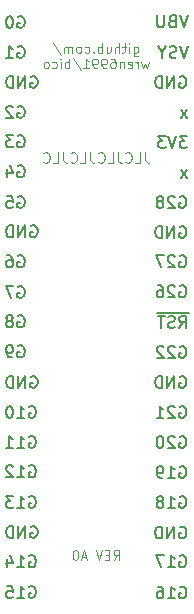
<source format=gbo>
%TF.GenerationSoftware,KiCad,Pcbnew,6.0.11+dfsg-1*%
%TF.CreationDate,2023-04-26T00:49:17+01:00*%
%TF.ProjectId,bico,6269636f-2e6b-4696-9361-645f70636258,rev?*%
%TF.SameCoordinates,Original*%
%TF.FileFunction,Legend,Bot*%
%TF.FilePolarity,Positive*%
%FSLAX46Y46*%
G04 Gerber Fmt 4.6, Leading zero omitted, Abs format (unit mm)*
G04 Created by KiCad (PCBNEW 6.0.11+dfsg-1) date 2023-04-26 00:49:17*
%MOMM*%
%LPD*%
G01*
G04 APERTURE LIST*
G04 Aperture macros list*
%AMFreePoly0*
4,1,19,-0.700000,0.800000,0.000000,0.800000,0.127565,0.788278,0.288060,0.737982,0.431925,0.650855,0.550855,0.531925,0.637982,0.388060,0.688278,0.227565,0.700000,0.100000,0.700000,-0.100000,0.688278,-0.227565,0.637982,-0.388060,0.550855,-0.531925,0.431925,-0.650855,0.288060,-0.737982,0.127565,-0.788278,0.000000,-0.800000,-0.700000,-0.800000,-0.700000,0.800000,-0.700000,0.800000,
$1*%
%AMFreePoly1*
4,1,13,-0.700000,0.800000,0.560000,0.800000,0.613576,0.789343,0.658995,0.758995,0.689343,0.713576,0.700000,0.660000,0.700000,-0.660000,0.689343,-0.713576,0.658995,-0.758995,0.613576,-0.789343,0.560000,-0.800000,-0.700000,-0.800000,-0.700000,0.800000,-0.700000,0.800000,$1*%
G04 Aperture macros list end*
%ADD10C,0.120000*%
%ADD11C,0.100000*%
%ADD12C,0.150000*%
%ADD13R,0.850000X0.850000*%
%ADD14O,0.850000X0.850000*%
%ADD15R,1.800000X1.600000*%
%ADD16FreePoly0,0.000000*%
%ADD17FreePoly1,0.000000*%
%ADD18FreePoly0,180.000000*%
%ADD19FreePoly1,180.000000*%
%ADD20C,0.650000*%
%ADD21O,1.000000X1.800000*%
%ADD22O,1.000000X2.100000*%
G04 APERTURE END LIST*
D10*
X154144142Y-86883142D02*
X154144142Y-87526000D01*
X154187000Y-87654571D01*
X154272714Y-87740285D01*
X154401285Y-87783142D01*
X154487000Y-87783142D01*
X153287000Y-87783142D02*
X153715571Y-87783142D01*
X153715571Y-86883142D01*
X152472714Y-87697428D02*
X152515571Y-87740285D01*
X152644142Y-87783142D01*
X152729857Y-87783142D01*
X152858428Y-87740285D01*
X152944142Y-87654571D01*
X152987000Y-87568857D01*
X153029857Y-87397428D01*
X153029857Y-87268857D01*
X152987000Y-87097428D01*
X152944142Y-87011714D01*
X152858428Y-86926000D01*
X152729857Y-86883142D01*
X152644142Y-86883142D01*
X152515571Y-86926000D01*
X152472714Y-86968857D01*
X151829857Y-86883142D02*
X151829857Y-87526000D01*
X151872714Y-87654571D01*
X151958428Y-87740285D01*
X152087000Y-87783142D01*
X152172714Y-87783142D01*
X150972714Y-87783142D02*
X151401285Y-87783142D01*
X151401285Y-86883142D01*
X150158428Y-87697428D02*
X150201285Y-87740285D01*
X150329857Y-87783142D01*
X150415571Y-87783142D01*
X150544142Y-87740285D01*
X150629857Y-87654571D01*
X150672714Y-87568857D01*
X150715571Y-87397428D01*
X150715571Y-87268857D01*
X150672714Y-87097428D01*
X150629857Y-87011714D01*
X150544142Y-86926000D01*
X150415571Y-86883142D01*
X150329857Y-86883142D01*
X150201285Y-86926000D01*
X150158428Y-86968857D01*
X149515571Y-86883142D02*
X149515571Y-87526000D01*
X149558428Y-87654571D01*
X149644142Y-87740285D01*
X149772714Y-87783142D01*
X149858428Y-87783142D01*
X148658428Y-87783142D02*
X149087000Y-87783142D01*
X149087000Y-86883142D01*
X147844142Y-87697428D02*
X147887000Y-87740285D01*
X148015571Y-87783142D01*
X148101285Y-87783142D01*
X148229857Y-87740285D01*
X148315571Y-87654571D01*
X148358428Y-87568857D01*
X148401285Y-87397428D01*
X148401285Y-87268857D01*
X148358428Y-87097428D01*
X148315571Y-87011714D01*
X148229857Y-86926000D01*
X148101285Y-86883142D01*
X148015571Y-86883142D01*
X147887000Y-86926000D01*
X147844142Y-86968857D01*
X147201285Y-86883142D02*
X147201285Y-87526000D01*
X147244142Y-87654571D01*
X147329857Y-87740285D01*
X147458428Y-87783142D01*
X147544142Y-87783142D01*
X146344142Y-87783142D02*
X146772714Y-87783142D01*
X146772714Y-86883142D01*
X145529857Y-87697428D02*
X145572714Y-87740285D01*
X145701285Y-87783142D01*
X145787000Y-87783142D01*
X145915571Y-87740285D01*
X146001285Y-87654571D01*
X146044142Y-87568857D01*
X146087000Y-87397428D01*
X146087000Y-87268857D01*
X146044142Y-87097428D01*
X146001285Y-87011714D01*
X145915571Y-86926000D01*
X145787000Y-86883142D01*
X145701285Y-86883142D01*
X145572714Y-86926000D01*
X145529857Y-86968857D01*
D11*
X151472714Y-121392904D02*
X151739380Y-121011952D01*
X151929857Y-121392904D02*
X151929857Y-120592904D01*
X151625095Y-120592904D01*
X151548904Y-120631000D01*
X151510809Y-120669095D01*
X151472714Y-120745285D01*
X151472714Y-120859571D01*
X151510809Y-120935761D01*
X151548904Y-120973857D01*
X151625095Y-121011952D01*
X151929857Y-121011952D01*
X151129857Y-120973857D02*
X150863190Y-120973857D01*
X150748904Y-121392904D02*
X151129857Y-121392904D01*
X151129857Y-120592904D01*
X150748904Y-120592904D01*
X150520333Y-120592904D02*
X150253666Y-121392904D01*
X149987000Y-120592904D01*
X149148904Y-121164333D02*
X148767952Y-121164333D01*
X149225095Y-121392904D02*
X148958428Y-120592904D01*
X148691761Y-121392904D01*
X148272714Y-120592904D02*
X148196523Y-120592904D01*
X148120333Y-120631000D01*
X148082238Y-120669095D01*
X148044142Y-120745285D01*
X148006047Y-120897666D01*
X148006047Y-121088142D01*
X148044142Y-121240523D01*
X148082238Y-121316714D01*
X148120333Y-121354809D01*
X148196523Y-121392904D01*
X148272714Y-121392904D01*
X148348904Y-121354809D01*
X148387000Y-121316714D01*
X148425095Y-121240523D01*
X148463190Y-121088142D01*
X148463190Y-120897666D01*
X148425095Y-120745285D01*
X148387000Y-120669095D01*
X148348904Y-120631000D01*
X148272714Y-120592904D01*
X153167952Y-77924571D02*
X153167952Y-78572190D01*
X153206047Y-78648380D01*
X153244142Y-78686476D01*
X153320333Y-78724571D01*
X153434619Y-78724571D01*
X153510809Y-78686476D01*
X153167952Y-78419809D02*
X153244142Y-78457904D01*
X153396523Y-78457904D01*
X153472714Y-78419809D01*
X153510809Y-78381714D01*
X153548904Y-78305523D01*
X153548904Y-78076952D01*
X153510809Y-78000761D01*
X153472714Y-77962666D01*
X153396523Y-77924571D01*
X153244142Y-77924571D01*
X153167952Y-77962666D01*
X152787000Y-78457904D02*
X152787000Y-77924571D01*
X152787000Y-77657904D02*
X152825095Y-77696000D01*
X152787000Y-77734095D01*
X152748904Y-77696000D01*
X152787000Y-77657904D01*
X152787000Y-77734095D01*
X152520333Y-77924571D02*
X152215571Y-77924571D01*
X152406047Y-77657904D02*
X152406047Y-78343619D01*
X152367952Y-78419809D01*
X152291761Y-78457904D01*
X152215571Y-78457904D01*
X151948904Y-78457904D02*
X151948904Y-77657904D01*
X151606047Y-78457904D02*
X151606047Y-78038857D01*
X151644142Y-77962666D01*
X151720333Y-77924571D01*
X151834619Y-77924571D01*
X151910809Y-77962666D01*
X151948904Y-78000761D01*
X150882238Y-77924571D02*
X150882238Y-78457904D01*
X151225095Y-77924571D02*
X151225095Y-78343619D01*
X151187000Y-78419809D01*
X151110809Y-78457904D01*
X150996523Y-78457904D01*
X150920333Y-78419809D01*
X150882238Y-78381714D01*
X150501285Y-78457904D02*
X150501285Y-77657904D01*
X150501285Y-77962666D02*
X150425095Y-77924571D01*
X150272714Y-77924571D01*
X150196523Y-77962666D01*
X150158428Y-78000761D01*
X150120333Y-78076952D01*
X150120333Y-78305523D01*
X150158428Y-78381714D01*
X150196523Y-78419809D01*
X150272714Y-78457904D01*
X150425095Y-78457904D01*
X150501285Y-78419809D01*
X149777476Y-78381714D02*
X149739380Y-78419809D01*
X149777476Y-78457904D01*
X149815571Y-78419809D01*
X149777476Y-78381714D01*
X149777476Y-78457904D01*
X149053666Y-78419809D02*
X149129857Y-78457904D01*
X149282238Y-78457904D01*
X149358428Y-78419809D01*
X149396523Y-78381714D01*
X149434619Y-78305523D01*
X149434619Y-78076952D01*
X149396523Y-78000761D01*
X149358428Y-77962666D01*
X149282238Y-77924571D01*
X149129857Y-77924571D01*
X149053666Y-77962666D01*
X148596523Y-78457904D02*
X148672714Y-78419809D01*
X148710809Y-78381714D01*
X148748904Y-78305523D01*
X148748904Y-78076952D01*
X148710809Y-78000761D01*
X148672714Y-77962666D01*
X148596523Y-77924571D01*
X148482238Y-77924571D01*
X148406047Y-77962666D01*
X148367952Y-78000761D01*
X148329857Y-78076952D01*
X148329857Y-78305523D01*
X148367952Y-78381714D01*
X148406047Y-78419809D01*
X148482238Y-78457904D01*
X148596523Y-78457904D01*
X147987000Y-78457904D02*
X147987000Y-77924571D01*
X147987000Y-78000761D02*
X147948904Y-77962666D01*
X147872714Y-77924571D01*
X147758428Y-77924571D01*
X147682238Y-77962666D01*
X147644142Y-78038857D01*
X147644142Y-78457904D01*
X147644142Y-78038857D02*
X147606047Y-77962666D01*
X147529857Y-77924571D01*
X147415571Y-77924571D01*
X147339380Y-77962666D01*
X147301285Y-78038857D01*
X147301285Y-78457904D01*
X146348904Y-77619809D02*
X147034619Y-78648380D01*
X154444142Y-79212571D02*
X154291761Y-79745904D01*
X154139380Y-79364952D01*
X153987000Y-79745904D01*
X153834619Y-79212571D01*
X153529857Y-79745904D02*
X153529857Y-79212571D01*
X153529857Y-79364952D02*
X153491761Y-79288761D01*
X153453666Y-79250666D01*
X153377476Y-79212571D01*
X153301285Y-79212571D01*
X152729857Y-79707809D02*
X152806047Y-79745904D01*
X152958428Y-79745904D01*
X153034619Y-79707809D01*
X153072714Y-79631619D01*
X153072714Y-79326857D01*
X153034619Y-79250666D01*
X152958428Y-79212571D01*
X152806047Y-79212571D01*
X152729857Y-79250666D01*
X152691761Y-79326857D01*
X152691761Y-79403047D01*
X153072714Y-79479238D01*
X152348904Y-79212571D02*
X152348904Y-79745904D01*
X152348904Y-79288761D02*
X152310809Y-79250666D01*
X152234619Y-79212571D01*
X152120333Y-79212571D01*
X152044142Y-79250666D01*
X152006047Y-79326857D01*
X152006047Y-79745904D01*
X151282238Y-78945904D02*
X151434619Y-78945904D01*
X151510809Y-78984000D01*
X151548904Y-79022095D01*
X151625095Y-79136380D01*
X151663190Y-79288761D01*
X151663190Y-79593523D01*
X151625095Y-79669714D01*
X151587000Y-79707809D01*
X151510809Y-79745904D01*
X151358428Y-79745904D01*
X151282238Y-79707809D01*
X151244142Y-79669714D01*
X151206047Y-79593523D01*
X151206047Y-79403047D01*
X151244142Y-79326857D01*
X151282238Y-79288761D01*
X151358428Y-79250666D01*
X151510809Y-79250666D01*
X151587000Y-79288761D01*
X151625095Y-79326857D01*
X151663190Y-79403047D01*
X150825095Y-79745904D02*
X150672714Y-79745904D01*
X150596523Y-79707809D01*
X150558428Y-79669714D01*
X150482238Y-79555428D01*
X150444142Y-79403047D01*
X150444142Y-79098285D01*
X150482238Y-79022095D01*
X150520333Y-78984000D01*
X150596523Y-78945904D01*
X150748904Y-78945904D01*
X150825095Y-78984000D01*
X150863190Y-79022095D01*
X150901285Y-79098285D01*
X150901285Y-79288761D01*
X150863190Y-79364952D01*
X150825095Y-79403047D01*
X150748904Y-79441142D01*
X150596523Y-79441142D01*
X150520333Y-79403047D01*
X150482238Y-79364952D01*
X150444142Y-79288761D01*
X150063190Y-79745904D02*
X149910809Y-79745904D01*
X149834619Y-79707809D01*
X149796523Y-79669714D01*
X149720333Y-79555428D01*
X149682238Y-79403047D01*
X149682238Y-79098285D01*
X149720333Y-79022095D01*
X149758428Y-78984000D01*
X149834619Y-78945904D01*
X149987000Y-78945904D01*
X150063190Y-78984000D01*
X150101285Y-79022095D01*
X150139380Y-79098285D01*
X150139380Y-79288761D01*
X150101285Y-79364952D01*
X150063190Y-79403047D01*
X149987000Y-79441142D01*
X149834619Y-79441142D01*
X149758428Y-79403047D01*
X149720333Y-79364952D01*
X149682238Y-79288761D01*
X148920333Y-79745904D02*
X149377476Y-79745904D01*
X149148904Y-79745904D02*
X149148904Y-78945904D01*
X149225095Y-79060190D01*
X149301285Y-79136380D01*
X149377476Y-79174476D01*
X148006047Y-78907809D02*
X148691761Y-79936380D01*
X147739380Y-79745904D02*
X147739380Y-78945904D01*
X147739380Y-79250666D02*
X147663190Y-79212571D01*
X147510809Y-79212571D01*
X147434619Y-79250666D01*
X147396523Y-79288761D01*
X147358428Y-79364952D01*
X147358428Y-79593523D01*
X147396523Y-79669714D01*
X147434619Y-79707809D01*
X147510809Y-79745904D01*
X147663190Y-79745904D01*
X147739380Y-79707809D01*
X147015571Y-79745904D02*
X147015571Y-79212571D01*
X147015571Y-78945904D02*
X147053666Y-78984000D01*
X147015571Y-79022095D01*
X146977476Y-78984000D01*
X147015571Y-78945904D01*
X147015571Y-79022095D01*
X146291761Y-79707809D02*
X146367952Y-79745904D01*
X146520333Y-79745904D01*
X146596523Y-79707809D01*
X146634619Y-79669714D01*
X146672714Y-79593523D01*
X146672714Y-79364952D01*
X146634619Y-79288761D01*
X146596523Y-79250666D01*
X146520333Y-79212571D01*
X146367952Y-79212571D01*
X146291761Y-79250666D01*
X145834619Y-79745904D02*
X145910809Y-79707809D01*
X145948904Y-79669714D01*
X145987000Y-79593523D01*
X145987000Y-79364952D01*
X145948904Y-79288761D01*
X145910809Y-79250666D01*
X145834619Y-79212571D01*
X145720333Y-79212571D01*
X145644142Y-79250666D01*
X145606047Y-79288761D01*
X145567952Y-79364952D01*
X145567952Y-79593523D01*
X145606047Y-79669714D01*
X145644142Y-79707809D01*
X145720333Y-79745904D01*
X145834619Y-79745904D01*
D12*
X157744461Y-75296780D02*
X157411128Y-76296780D01*
X157077795Y-75296780D01*
X156411128Y-75772971D02*
X156268271Y-75820590D01*
X156220652Y-75868209D01*
X156173033Y-75963447D01*
X156173033Y-76106304D01*
X156220652Y-76201542D01*
X156268271Y-76249161D01*
X156363509Y-76296780D01*
X156744461Y-76296780D01*
X156744461Y-75296780D01*
X156411128Y-75296780D01*
X156315890Y-75344400D01*
X156268271Y-75392019D01*
X156220652Y-75487257D01*
X156220652Y-75582495D01*
X156268271Y-75677733D01*
X156315890Y-75725352D01*
X156411128Y-75772971D01*
X156744461Y-75772971D01*
X155744461Y-75296780D02*
X155744461Y-76106304D01*
X155696842Y-76201542D01*
X155649223Y-76249161D01*
X155553985Y-76296780D01*
X155363509Y-76296780D01*
X155268271Y-76249161D01*
X155220652Y-76201542D01*
X155173033Y-76106304D01*
X155173033Y-75296780D01*
X157744461Y-77887580D02*
X157411128Y-78887580D01*
X157077795Y-77887580D01*
X156792080Y-78839961D02*
X156649223Y-78887580D01*
X156411128Y-78887580D01*
X156315890Y-78839961D01*
X156268271Y-78792342D01*
X156220652Y-78697104D01*
X156220652Y-78601866D01*
X156268271Y-78506628D01*
X156315890Y-78459009D01*
X156411128Y-78411390D01*
X156601604Y-78363771D01*
X156696842Y-78316152D01*
X156744461Y-78268533D01*
X156792080Y-78173295D01*
X156792080Y-78078057D01*
X156744461Y-77982819D01*
X156696842Y-77935200D01*
X156601604Y-77887580D01*
X156363509Y-77887580D01*
X156220652Y-77935200D01*
X155601604Y-78411390D02*
X155601604Y-78887580D01*
X155934938Y-77887580D02*
X155601604Y-78411390D01*
X155268271Y-77887580D01*
X157077795Y-80475200D02*
X157173033Y-80427580D01*
X157315890Y-80427580D01*
X157458747Y-80475200D01*
X157553985Y-80570438D01*
X157601604Y-80665676D01*
X157649223Y-80856152D01*
X157649223Y-80999009D01*
X157601604Y-81189485D01*
X157553985Y-81284723D01*
X157458747Y-81379961D01*
X157315890Y-81427580D01*
X157220652Y-81427580D01*
X157077795Y-81379961D01*
X157030176Y-81332342D01*
X157030176Y-80999009D01*
X157220652Y-80999009D01*
X156601604Y-81427580D02*
X156601604Y-80427580D01*
X156030176Y-81427580D01*
X156030176Y-80427580D01*
X155553985Y-81427580D02*
X155553985Y-80427580D01*
X155315890Y-80427580D01*
X155173033Y-80475200D01*
X155077795Y-80570438D01*
X155030176Y-80665676D01*
X154982557Y-80856152D01*
X154982557Y-80999009D01*
X155030176Y-81189485D01*
X155077795Y-81284723D01*
X155173033Y-81379961D01*
X155315890Y-81427580D01*
X155553985Y-81427580D01*
X157696842Y-83967580D02*
X157173033Y-83300914D01*
X157696842Y-83300914D02*
X157173033Y-83967580D01*
X157696842Y-85507580D02*
X157077795Y-85507580D01*
X157411128Y-85888533D01*
X157268271Y-85888533D01*
X157173033Y-85936152D01*
X157125414Y-85983771D01*
X157077795Y-86079009D01*
X157077795Y-86317104D01*
X157125414Y-86412342D01*
X157173033Y-86459961D01*
X157268271Y-86507580D01*
X157553985Y-86507580D01*
X157649223Y-86459961D01*
X157696842Y-86412342D01*
X156792080Y-85507580D02*
X156458747Y-86507580D01*
X156125414Y-85507580D01*
X155887319Y-85507580D02*
X155268271Y-85507580D01*
X155601604Y-85888533D01*
X155458747Y-85888533D01*
X155363509Y-85936152D01*
X155315890Y-85983771D01*
X155268271Y-86079009D01*
X155268271Y-86317104D01*
X155315890Y-86412342D01*
X155363509Y-86459961D01*
X155458747Y-86507580D01*
X155744461Y-86507580D01*
X155839700Y-86459961D01*
X155887319Y-86412342D01*
X157696842Y-89047580D02*
X157173033Y-88380914D01*
X157696842Y-88380914D02*
X157173033Y-89047580D01*
X157077795Y-90635200D02*
X157173033Y-90587580D01*
X157315890Y-90587580D01*
X157458747Y-90635200D01*
X157553985Y-90730438D01*
X157601604Y-90825676D01*
X157649223Y-91016152D01*
X157649223Y-91159009D01*
X157601604Y-91349485D01*
X157553985Y-91444723D01*
X157458747Y-91539961D01*
X157315890Y-91587580D01*
X157220652Y-91587580D01*
X157077795Y-91539961D01*
X157030176Y-91492342D01*
X157030176Y-91159009D01*
X157220652Y-91159009D01*
X156649223Y-90682819D02*
X156601604Y-90635200D01*
X156506366Y-90587580D01*
X156268271Y-90587580D01*
X156173033Y-90635200D01*
X156125414Y-90682819D01*
X156077795Y-90778057D01*
X156077795Y-90873295D01*
X156125414Y-91016152D01*
X156696842Y-91587580D01*
X156077795Y-91587580D01*
X155506366Y-91016152D02*
X155601604Y-90968533D01*
X155649223Y-90920914D01*
X155696842Y-90825676D01*
X155696842Y-90778057D01*
X155649223Y-90682819D01*
X155601604Y-90635200D01*
X155506366Y-90587580D01*
X155315890Y-90587580D01*
X155220652Y-90635200D01*
X155173033Y-90682819D01*
X155125414Y-90778057D01*
X155125414Y-90825676D01*
X155173033Y-90920914D01*
X155220652Y-90968533D01*
X155315890Y-91016152D01*
X155506366Y-91016152D01*
X155601604Y-91063771D01*
X155649223Y-91111390D01*
X155696842Y-91206628D01*
X155696842Y-91397104D01*
X155649223Y-91492342D01*
X155601604Y-91539961D01*
X155506366Y-91587580D01*
X155315890Y-91587580D01*
X155220652Y-91539961D01*
X155173033Y-91492342D01*
X155125414Y-91397104D01*
X155125414Y-91206628D01*
X155173033Y-91111390D01*
X155220652Y-91063771D01*
X155315890Y-91016152D01*
X157077795Y-93175200D02*
X157173033Y-93127580D01*
X157315890Y-93127580D01*
X157458747Y-93175200D01*
X157553985Y-93270438D01*
X157601604Y-93365676D01*
X157649223Y-93556152D01*
X157649223Y-93699009D01*
X157601604Y-93889485D01*
X157553985Y-93984723D01*
X157458747Y-94079961D01*
X157315890Y-94127580D01*
X157220652Y-94127580D01*
X157077795Y-94079961D01*
X157030176Y-94032342D01*
X157030176Y-93699009D01*
X157220652Y-93699009D01*
X156601604Y-94127580D02*
X156601604Y-93127580D01*
X156030176Y-94127580D01*
X156030176Y-93127580D01*
X155553985Y-94127580D02*
X155553985Y-93127580D01*
X155315890Y-93127580D01*
X155173033Y-93175200D01*
X155077795Y-93270438D01*
X155030176Y-93365676D01*
X154982557Y-93556152D01*
X154982557Y-93699009D01*
X155030176Y-93889485D01*
X155077795Y-93984723D01*
X155173033Y-94079961D01*
X155315890Y-94127580D01*
X155553985Y-94127580D01*
X157077795Y-95664400D02*
X157173033Y-95616780D01*
X157315890Y-95616780D01*
X157458747Y-95664400D01*
X157553985Y-95759638D01*
X157601604Y-95854876D01*
X157649223Y-96045352D01*
X157649223Y-96188209D01*
X157601604Y-96378685D01*
X157553985Y-96473923D01*
X157458747Y-96569161D01*
X157315890Y-96616780D01*
X157220652Y-96616780D01*
X157077795Y-96569161D01*
X157030176Y-96521542D01*
X157030176Y-96188209D01*
X157220652Y-96188209D01*
X156649223Y-95712019D02*
X156601604Y-95664400D01*
X156506366Y-95616780D01*
X156268271Y-95616780D01*
X156173033Y-95664400D01*
X156125414Y-95712019D01*
X156077795Y-95807257D01*
X156077795Y-95902495D01*
X156125414Y-96045352D01*
X156696842Y-96616780D01*
X156077795Y-96616780D01*
X155744461Y-95616780D02*
X155077795Y-95616780D01*
X155506366Y-96616780D01*
X157077795Y-98204400D02*
X157173033Y-98156780D01*
X157315890Y-98156780D01*
X157458747Y-98204400D01*
X157553985Y-98299638D01*
X157601604Y-98394876D01*
X157649223Y-98585352D01*
X157649223Y-98728209D01*
X157601604Y-98918685D01*
X157553985Y-99013923D01*
X157458747Y-99109161D01*
X157315890Y-99156780D01*
X157220652Y-99156780D01*
X157077795Y-99109161D01*
X157030176Y-99061542D01*
X157030176Y-98728209D01*
X157220652Y-98728209D01*
X156649223Y-98252019D02*
X156601604Y-98204400D01*
X156506366Y-98156780D01*
X156268271Y-98156780D01*
X156173033Y-98204400D01*
X156125414Y-98252019D01*
X156077795Y-98347257D01*
X156077795Y-98442495D01*
X156125414Y-98585352D01*
X156696842Y-99156780D01*
X156077795Y-99156780D01*
X155220652Y-98156780D02*
X155411128Y-98156780D01*
X155506366Y-98204400D01*
X155553985Y-98252019D01*
X155649223Y-98394876D01*
X155696842Y-98585352D01*
X155696842Y-98966304D01*
X155649223Y-99061542D01*
X155601604Y-99109161D01*
X155506366Y-99156780D01*
X155315890Y-99156780D01*
X155220652Y-99109161D01*
X155173033Y-99061542D01*
X155125414Y-98966304D01*
X155125414Y-98728209D01*
X155173033Y-98632971D01*
X155220652Y-98585352D01*
X155315890Y-98537733D01*
X155506366Y-98537733D01*
X155601604Y-98585352D01*
X155649223Y-98632971D01*
X155696842Y-98728209D01*
X157839700Y-100465200D02*
X156839700Y-100465200D01*
X157030176Y-101747580D02*
X157363509Y-101271390D01*
X157601604Y-101747580D02*
X157601604Y-100747580D01*
X157220652Y-100747580D01*
X157125414Y-100795200D01*
X157077795Y-100842819D01*
X157030176Y-100938057D01*
X157030176Y-101080914D01*
X157077795Y-101176152D01*
X157125414Y-101223771D01*
X157220652Y-101271390D01*
X157601604Y-101271390D01*
X156839700Y-100465200D02*
X155887319Y-100465200D01*
X156649223Y-101699961D02*
X156506366Y-101747580D01*
X156268271Y-101747580D01*
X156173033Y-101699961D01*
X156125414Y-101652342D01*
X156077795Y-101557104D01*
X156077795Y-101461866D01*
X156125414Y-101366628D01*
X156173033Y-101319009D01*
X156268271Y-101271390D01*
X156458747Y-101223771D01*
X156553985Y-101176152D01*
X156601604Y-101128533D01*
X156649223Y-101033295D01*
X156649223Y-100938057D01*
X156601604Y-100842819D01*
X156553985Y-100795200D01*
X156458747Y-100747580D01*
X156220652Y-100747580D01*
X156077795Y-100795200D01*
X155887319Y-100465200D02*
X155125414Y-100465200D01*
X155792080Y-100747580D02*
X155220652Y-100747580D01*
X155506366Y-101747580D02*
X155506366Y-100747580D01*
X157077795Y-103335200D02*
X157173033Y-103287580D01*
X157315890Y-103287580D01*
X157458747Y-103335200D01*
X157553985Y-103430438D01*
X157601604Y-103525676D01*
X157649223Y-103716152D01*
X157649223Y-103859009D01*
X157601604Y-104049485D01*
X157553985Y-104144723D01*
X157458747Y-104239961D01*
X157315890Y-104287580D01*
X157220652Y-104287580D01*
X157077795Y-104239961D01*
X157030176Y-104192342D01*
X157030176Y-103859009D01*
X157220652Y-103859009D01*
X156649223Y-103382819D02*
X156601604Y-103335200D01*
X156506366Y-103287580D01*
X156268271Y-103287580D01*
X156173033Y-103335200D01*
X156125414Y-103382819D01*
X156077795Y-103478057D01*
X156077795Y-103573295D01*
X156125414Y-103716152D01*
X156696842Y-104287580D01*
X156077795Y-104287580D01*
X155696842Y-103382819D02*
X155649223Y-103335200D01*
X155553985Y-103287580D01*
X155315890Y-103287580D01*
X155220652Y-103335200D01*
X155173033Y-103382819D01*
X155125414Y-103478057D01*
X155125414Y-103573295D01*
X155173033Y-103716152D01*
X155744461Y-104287580D01*
X155125414Y-104287580D01*
X157077795Y-105875200D02*
X157173033Y-105827580D01*
X157315890Y-105827580D01*
X157458747Y-105875200D01*
X157553985Y-105970438D01*
X157601604Y-106065676D01*
X157649223Y-106256152D01*
X157649223Y-106399009D01*
X157601604Y-106589485D01*
X157553985Y-106684723D01*
X157458747Y-106779961D01*
X157315890Y-106827580D01*
X157220652Y-106827580D01*
X157077795Y-106779961D01*
X157030176Y-106732342D01*
X157030176Y-106399009D01*
X157220652Y-106399009D01*
X156601604Y-106827580D02*
X156601604Y-105827580D01*
X156030176Y-106827580D01*
X156030176Y-105827580D01*
X155553985Y-106827580D02*
X155553985Y-105827580D01*
X155315890Y-105827580D01*
X155173033Y-105875200D01*
X155077795Y-105970438D01*
X155030176Y-106065676D01*
X154982557Y-106256152D01*
X154982557Y-106399009D01*
X155030176Y-106589485D01*
X155077795Y-106684723D01*
X155173033Y-106779961D01*
X155315890Y-106827580D01*
X155553985Y-106827580D01*
X157077795Y-108415200D02*
X157173033Y-108367580D01*
X157315890Y-108367580D01*
X157458747Y-108415200D01*
X157553985Y-108510438D01*
X157601604Y-108605676D01*
X157649223Y-108796152D01*
X157649223Y-108939009D01*
X157601604Y-109129485D01*
X157553985Y-109224723D01*
X157458747Y-109319961D01*
X157315890Y-109367580D01*
X157220652Y-109367580D01*
X157077795Y-109319961D01*
X157030176Y-109272342D01*
X157030176Y-108939009D01*
X157220652Y-108939009D01*
X156649223Y-108462819D02*
X156601604Y-108415200D01*
X156506366Y-108367580D01*
X156268271Y-108367580D01*
X156173033Y-108415200D01*
X156125414Y-108462819D01*
X156077795Y-108558057D01*
X156077795Y-108653295D01*
X156125414Y-108796152D01*
X156696842Y-109367580D01*
X156077795Y-109367580D01*
X155125414Y-109367580D02*
X155696842Y-109367580D01*
X155411128Y-109367580D02*
X155411128Y-108367580D01*
X155506366Y-108510438D01*
X155601604Y-108605676D01*
X155696842Y-108653295D01*
X157077795Y-110955200D02*
X157173033Y-110907580D01*
X157315890Y-110907580D01*
X157458747Y-110955200D01*
X157553985Y-111050438D01*
X157601604Y-111145676D01*
X157649223Y-111336152D01*
X157649223Y-111479009D01*
X157601604Y-111669485D01*
X157553985Y-111764723D01*
X157458747Y-111859961D01*
X157315890Y-111907580D01*
X157220652Y-111907580D01*
X157077795Y-111859961D01*
X157030176Y-111812342D01*
X157030176Y-111479009D01*
X157220652Y-111479009D01*
X156649223Y-111002819D02*
X156601604Y-110955200D01*
X156506366Y-110907580D01*
X156268271Y-110907580D01*
X156173033Y-110955200D01*
X156125414Y-111002819D01*
X156077795Y-111098057D01*
X156077795Y-111193295D01*
X156125414Y-111336152D01*
X156696842Y-111907580D01*
X156077795Y-111907580D01*
X155458747Y-110907580D02*
X155363509Y-110907580D01*
X155268271Y-110955200D01*
X155220652Y-111002819D01*
X155173033Y-111098057D01*
X155125414Y-111288533D01*
X155125414Y-111526628D01*
X155173033Y-111717104D01*
X155220652Y-111812342D01*
X155268271Y-111859961D01*
X155363509Y-111907580D01*
X155458747Y-111907580D01*
X155553985Y-111859961D01*
X155601604Y-111812342D01*
X155649223Y-111717104D01*
X155696842Y-111526628D01*
X155696842Y-111288533D01*
X155649223Y-111098057D01*
X155601604Y-111002819D01*
X155553985Y-110955200D01*
X155458747Y-110907580D01*
X157077795Y-113495200D02*
X157173033Y-113447580D01*
X157315890Y-113447580D01*
X157458747Y-113495200D01*
X157553985Y-113590438D01*
X157601604Y-113685676D01*
X157649223Y-113876152D01*
X157649223Y-114019009D01*
X157601604Y-114209485D01*
X157553985Y-114304723D01*
X157458747Y-114399961D01*
X157315890Y-114447580D01*
X157220652Y-114447580D01*
X157077795Y-114399961D01*
X157030176Y-114352342D01*
X157030176Y-114019009D01*
X157220652Y-114019009D01*
X156077795Y-114447580D02*
X156649223Y-114447580D01*
X156363509Y-114447580D02*
X156363509Y-113447580D01*
X156458747Y-113590438D01*
X156553985Y-113685676D01*
X156649223Y-113733295D01*
X155601604Y-114447580D02*
X155411128Y-114447580D01*
X155315890Y-114399961D01*
X155268271Y-114352342D01*
X155173033Y-114209485D01*
X155125414Y-114019009D01*
X155125414Y-113638057D01*
X155173033Y-113542819D01*
X155220652Y-113495200D01*
X155315890Y-113447580D01*
X155506366Y-113447580D01*
X155601604Y-113495200D01*
X155649223Y-113542819D01*
X155696842Y-113638057D01*
X155696842Y-113876152D01*
X155649223Y-113971390D01*
X155601604Y-114019009D01*
X155506366Y-114066628D01*
X155315890Y-114066628D01*
X155220652Y-114019009D01*
X155173033Y-113971390D01*
X155125414Y-113876152D01*
X157077795Y-116035200D02*
X157173033Y-115987580D01*
X157315890Y-115987580D01*
X157458747Y-116035200D01*
X157553985Y-116130438D01*
X157601604Y-116225676D01*
X157649223Y-116416152D01*
X157649223Y-116559009D01*
X157601604Y-116749485D01*
X157553985Y-116844723D01*
X157458747Y-116939961D01*
X157315890Y-116987580D01*
X157220652Y-116987580D01*
X157077795Y-116939961D01*
X157030176Y-116892342D01*
X157030176Y-116559009D01*
X157220652Y-116559009D01*
X156077795Y-116987580D02*
X156649223Y-116987580D01*
X156363509Y-116987580D02*
X156363509Y-115987580D01*
X156458747Y-116130438D01*
X156553985Y-116225676D01*
X156649223Y-116273295D01*
X155506366Y-116416152D02*
X155601604Y-116368533D01*
X155649223Y-116320914D01*
X155696842Y-116225676D01*
X155696842Y-116178057D01*
X155649223Y-116082819D01*
X155601604Y-116035200D01*
X155506366Y-115987580D01*
X155315890Y-115987580D01*
X155220652Y-116035200D01*
X155173033Y-116082819D01*
X155125414Y-116178057D01*
X155125414Y-116225676D01*
X155173033Y-116320914D01*
X155220652Y-116368533D01*
X155315890Y-116416152D01*
X155506366Y-116416152D01*
X155601604Y-116463771D01*
X155649223Y-116511390D01*
X155696842Y-116606628D01*
X155696842Y-116797104D01*
X155649223Y-116892342D01*
X155601604Y-116939961D01*
X155506366Y-116987580D01*
X155315890Y-116987580D01*
X155220652Y-116939961D01*
X155173033Y-116892342D01*
X155125414Y-116797104D01*
X155125414Y-116606628D01*
X155173033Y-116511390D01*
X155220652Y-116463771D01*
X155315890Y-116416152D01*
X157077795Y-118626000D02*
X157173033Y-118578380D01*
X157315890Y-118578380D01*
X157458747Y-118626000D01*
X157553985Y-118721238D01*
X157601604Y-118816476D01*
X157649223Y-119006952D01*
X157649223Y-119149809D01*
X157601604Y-119340285D01*
X157553985Y-119435523D01*
X157458747Y-119530761D01*
X157315890Y-119578380D01*
X157220652Y-119578380D01*
X157077795Y-119530761D01*
X157030176Y-119483142D01*
X157030176Y-119149809D01*
X157220652Y-119149809D01*
X156601604Y-119578380D02*
X156601604Y-118578380D01*
X156030176Y-119578380D01*
X156030176Y-118578380D01*
X155553985Y-119578380D02*
X155553985Y-118578380D01*
X155315890Y-118578380D01*
X155173033Y-118626000D01*
X155077795Y-118721238D01*
X155030176Y-118816476D01*
X154982557Y-119006952D01*
X154982557Y-119149809D01*
X155030176Y-119340285D01*
X155077795Y-119435523D01*
X155173033Y-119530761D01*
X155315890Y-119578380D01*
X155553985Y-119578380D01*
X157077795Y-121064400D02*
X157173033Y-121016780D01*
X157315890Y-121016780D01*
X157458747Y-121064400D01*
X157553985Y-121159638D01*
X157601604Y-121254876D01*
X157649223Y-121445352D01*
X157649223Y-121588209D01*
X157601604Y-121778685D01*
X157553985Y-121873923D01*
X157458747Y-121969161D01*
X157315890Y-122016780D01*
X157220652Y-122016780D01*
X157077795Y-121969161D01*
X157030176Y-121921542D01*
X157030176Y-121588209D01*
X157220652Y-121588209D01*
X156077795Y-122016780D02*
X156649223Y-122016780D01*
X156363509Y-122016780D02*
X156363509Y-121016780D01*
X156458747Y-121159638D01*
X156553985Y-121254876D01*
X156649223Y-121302495D01*
X155744461Y-121016780D02*
X155077795Y-121016780D01*
X155506366Y-122016780D01*
X157077795Y-123706000D02*
X157173033Y-123658380D01*
X157315890Y-123658380D01*
X157458747Y-123706000D01*
X157553985Y-123801238D01*
X157601604Y-123896476D01*
X157649223Y-124086952D01*
X157649223Y-124229809D01*
X157601604Y-124420285D01*
X157553985Y-124515523D01*
X157458747Y-124610761D01*
X157315890Y-124658380D01*
X157220652Y-124658380D01*
X157077795Y-124610761D01*
X157030176Y-124563142D01*
X157030176Y-124229809D01*
X157220652Y-124229809D01*
X156077795Y-124658380D02*
X156649223Y-124658380D01*
X156363509Y-124658380D02*
X156363509Y-123658380D01*
X156458747Y-123801238D01*
X156553985Y-123896476D01*
X156649223Y-123944095D01*
X155220652Y-123658380D02*
X155411128Y-123658380D01*
X155506366Y-123706000D01*
X155553985Y-123753619D01*
X155649223Y-123896476D01*
X155696842Y-124086952D01*
X155696842Y-124467904D01*
X155649223Y-124563142D01*
X155601604Y-124610761D01*
X155506366Y-124658380D01*
X155315890Y-124658380D01*
X155220652Y-124610761D01*
X155173033Y-124563142D01*
X155125414Y-124467904D01*
X155125414Y-124229809D01*
X155173033Y-124134571D01*
X155220652Y-124086952D01*
X155315890Y-124039333D01*
X155506366Y-124039333D01*
X155601604Y-124086952D01*
X155649223Y-124134571D01*
X155696842Y-124229809D01*
X144327957Y-123655200D02*
X144423195Y-123607580D01*
X144566052Y-123607580D01*
X144708909Y-123655200D01*
X144804147Y-123750438D01*
X144851766Y-123845676D01*
X144899385Y-124036152D01*
X144899385Y-124179009D01*
X144851766Y-124369485D01*
X144804147Y-124464723D01*
X144708909Y-124559961D01*
X144566052Y-124607580D01*
X144470814Y-124607580D01*
X144327957Y-124559961D01*
X144280338Y-124512342D01*
X144280338Y-124179009D01*
X144470814Y-124179009D01*
X143327957Y-124607580D02*
X143899385Y-124607580D01*
X143613671Y-124607580D02*
X143613671Y-123607580D01*
X143708909Y-123750438D01*
X143804147Y-123845676D01*
X143899385Y-123893295D01*
X142423195Y-123607580D02*
X142899385Y-123607580D01*
X142947004Y-124083771D01*
X142899385Y-124036152D01*
X142804147Y-123988533D01*
X142566052Y-123988533D01*
X142470814Y-124036152D01*
X142423195Y-124083771D01*
X142375576Y-124179009D01*
X142375576Y-124417104D01*
X142423195Y-124512342D01*
X142470814Y-124559961D01*
X142566052Y-124607580D01*
X142804147Y-124607580D01*
X142899385Y-124559961D01*
X142947004Y-124512342D01*
X144327957Y-121064400D02*
X144423195Y-121016780D01*
X144566052Y-121016780D01*
X144708909Y-121064400D01*
X144804147Y-121159638D01*
X144851766Y-121254876D01*
X144899385Y-121445352D01*
X144899385Y-121588209D01*
X144851766Y-121778685D01*
X144804147Y-121873923D01*
X144708909Y-121969161D01*
X144566052Y-122016780D01*
X144470814Y-122016780D01*
X144327957Y-121969161D01*
X144280338Y-121921542D01*
X144280338Y-121588209D01*
X144470814Y-121588209D01*
X143327957Y-122016780D02*
X143899385Y-122016780D01*
X143613671Y-122016780D02*
X143613671Y-121016780D01*
X143708909Y-121159638D01*
X143804147Y-121254876D01*
X143899385Y-121302495D01*
X142470814Y-121350114D02*
X142470814Y-122016780D01*
X142708909Y-120969161D02*
X142947004Y-121683447D01*
X142327957Y-121683447D01*
X144470814Y-118575200D02*
X144566052Y-118527580D01*
X144708909Y-118527580D01*
X144851766Y-118575200D01*
X144947004Y-118670438D01*
X144994623Y-118765676D01*
X145042242Y-118956152D01*
X145042242Y-119099009D01*
X144994623Y-119289485D01*
X144947004Y-119384723D01*
X144851766Y-119479961D01*
X144708909Y-119527580D01*
X144613671Y-119527580D01*
X144470814Y-119479961D01*
X144423195Y-119432342D01*
X144423195Y-119099009D01*
X144613671Y-119099009D01*
X143994623Y-119527580D02*
X143994623Y-118527580D01*
X143423195Y-119527580D01*
X143423195Y-118527580D01*
X142947004Y-119527580D02*
X142947004Y-118527580D01*
X142708909Y-118527580D01*
X142566052Y-118575200D01*
X142470814Y-118670438D01*
X142423195Y-118765676D01*
X142375576Y-118956152D01*
X142375576Y-119099009D01*
X142423195Y-119289485D01*
X142470814Y-119384723D01*
X142566052Y-119479961D01*
X142708909Y-119527580D01*
X142947004Y-119527580D01*
X144327957Y-116035200D02*
X144423195Y-115987580D01*
X144566052Y-115987580D01*
X144708909Y-116035200D01*
X144804147Y-116130438D01*
X144851766Y-116225676D01*
X144899385Y-116416152D01*
X144899385Y-116559009D01*
X144851766Y-116749485D01*
X144804147Y-116844723D01*
X144708909Y-116939961D01*
X144566052Y-116987580D01*
X144470814Y-116987580D01*
X144327957Y-116939961D01*
X144280338Y-116892342D01*
X144280338Y-116559009D01*
X144470814Y-116559009D01*
X143327957Y-116987580D02*
X143899385Y-116987580D01*
X143613671Y-116987580D02*
X143613671Y-115987580D01*
X143708909Y-116130438D01*
X143804147Y-116225676D01*
X143899385Y-116273295D01*
X142994623Y-115987580D02*
X142375576Y-115987580D01*
X142708909Y-116368533D01*
X142566052Y-116368533D01*
X142470814Y-116416152D01*
X142423195Y-116463771D01*
X142375576Y-116559009D01*
X142375576Y-116797104D01*
X142423195Y-116892342D01*
X142470814Y-116939961D01*
X142566052Y-116987580D01*
X142851766Y-116987580D01*
X142947004Y-116939961D01*
X142994623Y-116892342D01*
X144327957Y-113444400D02*
X144423195Y-113396780D01*
X144566052Y-113396780D01*
X144708909Y-113444400D01*
X144804147Y-113539638D01*
X144851766Y-113634876D01*
X144899385Y-113825352D01*
X144899385Y-113968209D01*
X144851766Y-114158685D01*
X144804147Y-114253923D01*
X144708909Y-114349161D01*
X144566052Y-114396780D01*
X144470814Y-114396780D01*
X144327957Y-114349161D01*
X144280338Y-114301542D01*
X144280338Y-113968209D01*
X144470814Y-113968209D01*
X143327957Y-114396780D02*
X143899385Y-114396780D01*
X143613671Y-114396780D02*
X143613671Y-113396780D01*
X143708909Y-113539638D01*
X143804147Y-113634876D01*
X143899385Y-113682495D01*
X142947004Y-113492019D02*
X142899385Y-113444400D01*
X142804147Y-113396780D01*
X142566052Y-113396780D01*
X142470814Y-113444400D01*
X142423195Y-113492019D01*
X142375576Y-113587257D01*
X142375576Y-113682495D01*
X142423195Y-113825352D01*
X142994623Y-114396780D01*
X142375576Y-114396780D01*
X144327957Y-110955200D02*
X144423195Y-110907580D01*
X144566052Y-110907580D01*
X144708909Y-110955200D01*
X144804147Y-111050438D01*
X144851766Y-111145676D01*
X144899385Y-111336152D01*
X144899385Y-111479009D01*
X144851766Y-111669485D01*
X144804147Y-111764723D01*
X144708909Y-111859961D01*
X144566052Y-111907580D01*
X144470814Y-111907580D01*
X144327957Y-111859961D01*
X144280338Y-111812342D01*
X144280338Y-111479009D01*
X144470814Y-111479009D01*
X143327957Y-111907580D02*
X143899385Y-111907580D01*
X143613671Y-111907580D02*
X143613671Y-110907580D01*
X143708909Y-111050438D01*
X143804147Y-111145676D01*
X143899385Y-111193295D01*
X142375576Y-111907580D02*
X142947004Y-111907580D01*
X142661290Y-111907580D02*
X142661290Y-110907580D01*
X142756528Y-111050438D01*
X142851766Y-111145676D01*
X142947004Y-111193295D01*
X144327957Y-108415200D02*
X144423195Y-108367580D01*
X144566052Y-108367580D01*
X144708909Y-108415200D01*
X144804147Y-108510438D01*
X144851766Y-108605676D01*
X144899385Y-108796152D01*
X144899385Y-108939009D01*
X144851766Y-109129485D01*
X144804147Y-109224723D01*
X144708909Y-109319961D01*
X144566052Y-109367580D01*
X144470814Y-109367580D01*
X144327957Y-109319961D01*
X144280338Y-109272342D01*
X144280338Y-108939009D01*
X144470814Y-108939009D01*
X143327957Y-109367580D02*
X143899385Y-109367580D01*
X143613671Y-109367580D02*
X143613671Y-108367580D01*
X143708909Y-108510438D01*
X143804147Y-108605676D01*
X143899385Y-108653295D01*
X142708909Y-108367580D02*
X142613671Y-108367580D01*
X142518433Y-108415200D01*
X142470814Y-108462819D01*
X142423195Y-108558057D01*
X142375576Y-108748533D01*
X142375576Y-108986628D01*
X142423195Y-109177104D01*
X142470814Y-109272342D01*
X142518433Y-109319961D01*
X142613671Y-109367580D01*
X142708909Y-109367580D01*
X142804147Y-109319961D01*
X142851766Y-109272342D01*
X142899385Y-109177104D01*
X142947004Y-108986628D01*
X142947004Y-108748533D01*
X142899385Y-108558057D01*
X142851766Y-108462819D01*
X142804147Y-108415200D01*
X142708909Y-108367580D01*
X144470814Y-105875200D02*
X144566052Y-105827580D01*
X144708909Y-105827580D01*
X144851766Y-105875200D01*
X144947004Y-105970438D01*
X144994623Y-106065676D01*
X145042242Y-106256152D01*
X145042242Y-106399009D01*
X144994623Y-106589485D01*
X144947004Y-106684723D01*
X144851766Y-106779961D01*
X144708909Y-106827580D01*
X144613671Y-106827580D01*
X144470814Y-106779961D01*
X144423195Y-106732342D01*
X144423195Y-106399009D01*
X144613671Y-106399009D01*
X143994623Y-106827580D02*
X143994623Y-105827580D01*
X143423195Y-106827580D01*
X143423195Y-105827580D01*
X142947004Y-106827580D02*
X142947004Y-105827580D01*
X142708909Y-105827580D01*
X142566052Y-105875200D01*
X142470814Y-105970438D01*
X142423195Y-106065676D01*
X142375576Y-106256152D01*
X142375576Y-106399009D01*
X142423195Y-106589485D01*
X142470814Y-106684723D01*
X142566052Y-106779961D01*
X142708909Y-106827580D01*
X142947004Y-106827580D01*
X143375576Y-103284400D02*
X143470814Y-103236780D01*
X143613671Y-103236780D01*
X143756528Y-103284400D01*
X143851766Y-103379638D01*
X143899385Y-103474876D01*
X143947004Y-103665352D01*
X143947004Y-103808209D01*
X143899385Y-103998685D01*
X143851766Y-104093923D01*
X143756528Y-104189161D01*
X143613671Y-104236780D01*
X143518433Y-104236780D01*
X143375576Y-104189161D01*
X143327957Y-104141542D01*
X143327957Y-103808209D01*
X143518433Y-103808209D01*
X142851766Y-104236780D02*
X142661290Y-104236780D01*
X142566052Y-104189161D01*
X142518433Y-104141542D01*
X142423195Y-103998685D01*
X142375576Y-103808209D01*
X142375576Y-103427257D01*
X142423195Y-103332019D01*
X142470814Y-103284400D01*
X142566052Y-103236780D01*
X142756528Y-103236780D01*
X142851766Y-103284400D01*
X142899385Y-103332019D01*
X142947004Y-103427257D01*
X142947004Y-103665352D01*
X142899385Y-103760590D01*
X142851766Y-103808209D01*
X142756528Y-103855828D01*
X142566052Y-103855828D01*
X142470814Y-103808209D01*
X142423195Y-103760590D01*
X142375576Y-103665352D01*
X143375576Y-100744400D02*
X143470814Y-100696780D01*
X143613671Y-100696780D01*
X143756528Y-100744400D01*
X143851766Y-100839638D01*
X143899385Y-100934876D01*
X143947004Y-101125352D01*
X143947004Y-101268209D01*
X143899385Y-101458685D01*
X143851766Y-101553923D01*
X143756528Y-101649161D01*
X143613671Y-101696780D01*
X143518433Y-101696780D01*
X143375576Y-101649161D01*
X143327957Y-101601542D01*
X143327957Y-101268209D01*
X143518433Y-101268209D01*
X142756528Y-101125352D02*
X142851766Y-101077733D01*
X142899385Y-101030114D01*
X142947004Y-100934876D01*
X142947004Y-100887257D01*
X142899385Y-100792019D01*
X142851766Y-100744400D01*
X142756528Y-100696780D01*
X142566052Y-100696780D01*
X142470814Y-100744400D01*
X142423195Y-100792019D01*
X142375576Y-100887257D01*
X142375576Y-100934876D01*
X142423195Y-101030114D01*
X142470814Y-101077733D01*
X142566052Y-101125352D01*
X142756528Y-101125352D01*
X142851766Y-101172971D01*
X142899385Y-101220590D01*
X142947004Y-101315828D01*
X142947004Y-101506304D01*
X142899385Y-101601542D01*
X142851766Y-101649161D01*
X142756528Y-101696780D01*
X142566052Y-101696780D01*
X142470814Y-101649161D01*
X142423195Y-101601542D01*
X142375576Y-101506304D01*
X142375576Y-101315828D01*
X142423195Y-101220590D01*
X142470814Y-101172971D01*
X142566052Y-101125352D01*
X143375576Y-98255200D02*
X143470814Y-98207580D01*
X143613671Y-98207580D01*
X143756528Y-98255200D01*
X143851766Y-98350438D01*
X143899385Y-98445676D01*
X143947004Y-98636152D01*
X143947004Y-98779009D01*
X143899385Y-98969485D01*
X143851766Y-99064723D01*
X143756528Y-99159961D01*
X143613671Y-99207580D01*
X143518433Y-99207580D01*
X143375576Y-99159961D01*
X143327957Y-99112342D01*
X143327957Y-98779009D01*
X143518433Y-98779009D01*
X142994623Y-98207580D02*
X142327957Y-98207580D01*
X142756528Y-99207580D01*
X143375576Y-95664400D02*
X143470814Y-95616780D01*
X143613671Y-95616780D01*
X143756528Y-95664400D01*
X143851766Y-95759638D01*
X143899385Y-95854876D01*
X143947004Y-96045352D01*
X143947004Y-96188209D01*
X143899385Y-96378685D01*
X143851766Y-96473923D01*
X143756528Y-96569161D01*
X143613671Y-96616780D01*
X143518433Y-96616780D01*
X143375576Y-96569161D01*
X143327957Y-96521542D01*
X143327957Y-96188209D01*
X143518433Y-96188209D01*
X142470814Y-95616780D02*
X142661290Y-95616780D01*
X142756528Y-95664400D01*
X142804147Y-95712019D01*
X142899385Y-95854876D01*
X142947004Y-96045352D01*
X142947004Y-96426304D01*
X142899385Y-96521542D01*
X142851766Y-96569161D01*
X142756528Y-96616780D01*
X142566052Y-96616780D01*
X142470814Y-96569161D01*
X142423195Y-96521542D01*
X142375576Y-96426304D01*
X142375576Y-96188209D01*
X142423195Y-96092971D01*
X142470814Y-96045352D01*
X142566052Y-95997733D01*
X142756528Y-95997733D01*
X142851766Y-96045352D01*
X142899385Y-96092971D01*
X142947004Y-96188209D01*
X144470814Y-93124400D02*
X144566052Y-93076780D01*
X144708909Y-93076780D01*
X144851766Y-93124400D01*
X144947004Y-93219638D01*
X144994623Y-93314876D01*
X145042242Y-93505352D01*
X145042242Y-93648209D01*
X144994623Y-93838685D01*
X144947004Y-93933923D01*
X144851766Y-94029161D01*
X144708909Y-94076780D01*
X144613671Y-94076780D01*
X144470814Y-94029161D01*
X144423195Y-93981542D01*
X144423195Y-93648209D01*
X144613671Y-93648209D01*
X143994623Y-94076780D02*
X143994623Y-93076780D01*
X143423195Y-94076780D01*
X143423195Y-93076780D01*
X142947004Y-94076780D02*
X142947004Y-93076780D01*
X142708909Y-93076780D01*
X142566052Y-93124400D01*
X142470814Y-93219638D01*
X142423195Y-93314876D01*
X142375576Y-93505352D01*
X142375576Y-93648209D01*
X142423195Y-93838685D01*
X142470814Y-93933923D01*
X142566052Y-94029161D01*
X142708909Y-94076780D01*
X142947004Y-94076780D01*
X143375576Y-90635200D02*
X143470814Y-90587580D01*
X143613671Y-90587580D01*
X143756528Y-90635200D01*
X143851766Y-90730438D01*
X143899385Y-90825676D01*
X143947004Y-91016152D01*
X143947004Y-91159009D01*
X143899385Y-91349485D01*
X143851766Y-91444723D01*
X143756528Y-91539961D01*
X143613671Y-91587580D01*
X143518433Y-91587580D01*
X143375576Y-91539961D01*
X143327957Y-91492342D01*
X143327957Y-91159009D01*
X143518433Y-91159009D01*
X142423195Y-90587580D02*
X142899385Y-90587580D01*
X142947004Y-91063771D01*
X142899385Y-91016152D01*
X142804147Y-90968533D01*
X142566052Y-90968533D01*
X142470814Y-91016152D01*
X142423195Y-91063771D01*
X142375576Y-91159009D01*
X142375576Y-91397104D01*
X142423195Y-91492342D01*
X142470814Y-91539961D01*
X142566052Y-91587580D01*
X142804147Y-91587580D01*
X142899385Y-91539961D01*
X142947004Y-91492342D01*
X143375576Y-88044400D02*
X143470814Y-87996780D01*
X143613671Y-87996780D01*
X143756528Y-88044400D01*
X143851766Y-88139638D01*
X143899385Y-88234876D01*
X143947004Y-88425352D01*
X143947004Y-88568209D01*
X143899385Y-88758685D01*
X143851766Y-88853923D01*
X143756528Y-88949161D01*
X143613671Y-88996780D01*
X143518433Y-88996780D01*
X143375576Y-88949161D01*
X143327957Y-88901542D01*
X143327957Y-88568209D01*
X143518433Y-88568209D01*
X142470814Y-88330114D02*
X142470814Y-88996780D01*
X142708909Y-87949161D02*
X142947004Y-88663447D01*
X142327957Y-88663447D01*
X143375576Y-85504400D02*
X143470814Y-85456780D01*
X143613671Y-85456780D01*
X143756528Y-85504400D01*
X143851766Y-85599638D01*
X143899385Y-85694876D01*
X143947004Y-85885352D01*
X143947004Y-86028209D01*
X143899385Y-86218685D01*
X143851766Y-86313923D01*
X143756528Y-86409161D01*
X143613671Y-86456780D01*
X143518433Y-86456780D01*
X143375576Y-86409161D01*
X143327957Y-86361542D01*
X143327957Y-86028209D01*
X143518433Y-86028209D01*
X142994623Y-85456780D02*
X142375576Y-85456780D01*
X142708909Y-85837733D01*
X142566052Y-85837733D01*
X142470814Y-85885352D01*
X142423195Y-85932971D01*
X142375576Y-86028209D01*
X142375576Y-86266304D01*
X142423195Y-86361542D01*
X142470814Y-86409161D01*
X142566052Y-86456780D01*
X142851766Y-86456780D01*
X142947004Y-86409161D01*
X142994623Y-86361542D01*
X143375576Y-83015200D02*
X143470814Y-82967580D01*
X143613671Y-82967580D01*
X143756528Y-83015200D01*
X143851766Y-83110438D01*
X143899385Y-83205676D01*
X143947004Y-83396152D01*
X143947004Y-83539009D01*
X143899385Y-83729485D01*
X143851766Y-83824723D01*
X143756528Y-83919961D01*
X143613671Y-83967580D01*
X143518433Y-83967580D01*
X143375576Y-83919961D01*
X143327957Y-83872342D01*
X143327957Y-83539009D01*
X143518433Y-83539009D01*
X142947004Y-83062819D02*
X142899385Y-83015200D01*
X142804147Y-82967580D01*
X142566052Y-82967580D01*
X142470814Y-83015200D01*
X142423195Y-83062819D01*
X142375576Y-83158057D01*
X142375576Y-83253295D01*
X142423195Y-83396152D01*
X142994623Y-83967580D01*
X142375576Y-83967580D01*
X144470814Y-80475200D02*
X144566052Y-80427580D01*
X144708909Y-80427580D01*
X144851766Y-80475200D01*
X144947004Y-80570438D01*
X144994623Y-80665676D01*
X145042242Y-80856152D01*
X145042242Y-80999009D01*
X144994623Y-81189485D01*
X144947004Y-81284723D01*
X144851766Y-81379961D01*
X144708909Y-81427580D01*
X144613671Y-81427580D01*
X144470814Y-81379961D01*
X144423195Y-81332342D01*
X144423195Y-80999009D01*
X144613671Y-80999009D01*
X143994623Y-81427580D02*
X143994623Y-80427580D01*
X143423195Y-81427580D01*
X143423195Y-80427580D01*
X142947004Y-81427580D02*
X142947004Y-80427580D01*
X142708909Y-80427580D01*
X142566052Y-80475200D01*
X142470814Y-80570438D01*
X142423195Y-80665676D01*
X142375576Y-80856152D01*
X142375576Y-80999009D01*
X142423195Y-81189485D01*
X142470814Y-81284723D01*
X142566052Y-81379961D01*
X142708909Y-81427580D01*
X142947004Y-81427580D01*
X143375576Y-77935200D02*
X143470814Y-77887580D01*
X143613671Y-77887580D01*
X143756528Y-77935200D01*
X143851766Y-78030438D01*
X143899385Y-78125676D01*
X143947004Y-78316152D01*
X143947004Y-78459009D01*
X143899385Y-78649485D01*
X143851766Y-78744723D01*
X143756528Y-78839961D01*
X143613671Y-78887580D01*
X143518433Y-78887580D01*
X143375576Y-78839961D01*
X143327957Y-78792342D01*
X143327957Y-78459009D01*
X143518433Y-78459009D01*
X142375576Y-78887580D02*
X142947004Y-78887580D01*
X142661290Y-78887580D02*
X142661290Y-77887580D01*
X142756528Y-78030438D01*
X142851766Y-78125676D01*
X142947004Y-78173295D01*
X143375576Y-75395200D02*
X143470814Y-75347580D01*
X143613671Y-75347580D01*
X143756528Y-75395200D01*
X143851766Y-75490438D01*
X143899385Y-75585676D01*
X143947004Y-75776152D01*
X143947004Y-75919009D01*
X143899385Y-76109485D01*
X143851766Y-76204723D01*
X143756528Y-76299961D01*
X143613671Y-76347580D01*
X143518433Y-76347580D01*
X143375576Y-76299961D01*
X143327957Y-76252342D01*
X143327957Y-75919009D01*
X143518433Y-75919009D01*
X142708909Y-75347580D02*
X142613671Y-75347580D01*
X142518433Y-75395200D01*
X142470814Y-75442819D01*
X142423195Y-75538057D01*
X142375576Y-75728533D01*
X142375576Y-75966628D01*
X142423195Y-76157104D01*
X142470814Y-76252342D01*
X142518433Y-76299961D01*
X142613671Y-76347580D01*
X142708909Y-76347580D01*
X142804147Y-76299961D01*
X142851766Y-76252342D01*
X142899385Y-76157104D01*
X142947004Y-75966628D01*
X142947004Y-75728533D01*
X142899385Y-75538057D01*
X142851766Y-75442819D01*
X142804147Y-75395200D01*
X142708909Y-75347580D01*
%LPC*%
D13*
X146700000Y-104500000D03*
D14*
X145700000Y-104500000D03*
X144700000Y-104500000D03*
D15*
X139700000Y-101270000D03*
X139700000Y-108890000D03*
X160300000Y-113970000D03*
X139700000Y-78410000D03*
X160300000Y-103810000D03*
X160300000Y-108890000D03*
X160300000Y-80950000D03*
X160300000Y-93650000D03*
X139700000Y-113970000D03*
X139700000Y-116510000D03*
X160300000Y-124130000D03*
X139700000Y-103810000D03*
X160300000Y-98730000D03*
X139700000Y-96190000D03*
X160300000Y-83490000D03*
X139700000Y-121590000D03*
X160300000Y-88570000D03*
X160300000Y-101270000D03*
X139700000Y-91110000D03*
X160300000Y-78410000D03*
X160300000Y-119050000D03*
X139700000Y-98730000D03*
X139700000Y-83490000D03*
X139700000Y-124130000D03*
X160300000Y-111430000D03*
X139700000Y-75870000D03*
X160300000Y-116510000D03*
X139700000Y-93650000D03*
X160300000Y-91110000D03*
X160300000Y-106350000D03*
X139700000Y-119050000D03*
X160300000Y-121590000D03*
X139700000Y-86030000D03*
X139700000Y-111430000D03*
X160300000Y-75870000D03*
X160300000Y-86030000D03*
X139700000Y-88570000D03*
X160300000Y-96190000D03*
X139700000Y-106350000D03*
X139700000Y-80950000D03*
D16*
X141210000Y-75870000D03*
X141210000Y-78410000D03*
D17*
X141210000Y-80950000D03*
D16*
X141210000Y-83490000D03*
X141210000Y-86030000D03*
X141210000Y-88570000D03*
X141210000Y-91110000D03*
D17*
X141210000Y-93650000D03*
D16*
X141210000Y-96190000D03*
X141210000Y-98730000D03*
X141210000Y-101270000D03*
X141210000Y-103810000D03*
D17*
X141210000Y-106350000D03*
D16*
X141210000Y-108890000D03*
X141210000Y-111430000D03*
X141210000Y-113970000D03*
X141210000Y-116510000D03*
D17*
X141210000Y-119050000D03*
D16*
X141210000Y-121590000D03*
X141210000Y-124130000D03*
D18*
X158790000Y-124130000D03*
X158790000Y-121590000D03*
D19*
X158790000Y-119050000D03*
D18*
X158790000Y-116510000D03*
X158790000Y-113970000D03*
X158790000Y-111430000D03*
X158790000Y-108890000D03*
D19*
X158790000Y-106350000D03*
D18*
X158790000Y-103810000D03*
X158790000Y-101270000D03*
X158790000Y-98730000D03*
X158790000Y-96190000D03*
D19*
X158790000Y-93650000D03*
D18*
X158790000Y-91110000D03*
X158790000Y-88570000D03*
X158790000Y-86030000D03*
X158790000Y-83490000D03*
D19*
X158790000Y-80950000D03*
D18*
X158790000Y-78410000D03*
X158790000Y-75870000D03*
D20*
X147110000Y-80605000D03*
X152890000Y-80605000D03*
D21*
X154320000Y-76925000D03*
D22*
X145680000Y-81105000D03*
D21*
X145680000Y-76925000D03*
D22*
X154320000Y-81105000D03*
D20*
X152890000Y-119395000D03*
X147110000Y-119395000D03*
D21*
X145680000Y-123075000D03*
D22*
X154320000Y-118895000D03*
D21*
X154320000Y-123075000D03*
D22*
X145680000Y-118895000D03*
M02*

</source>
